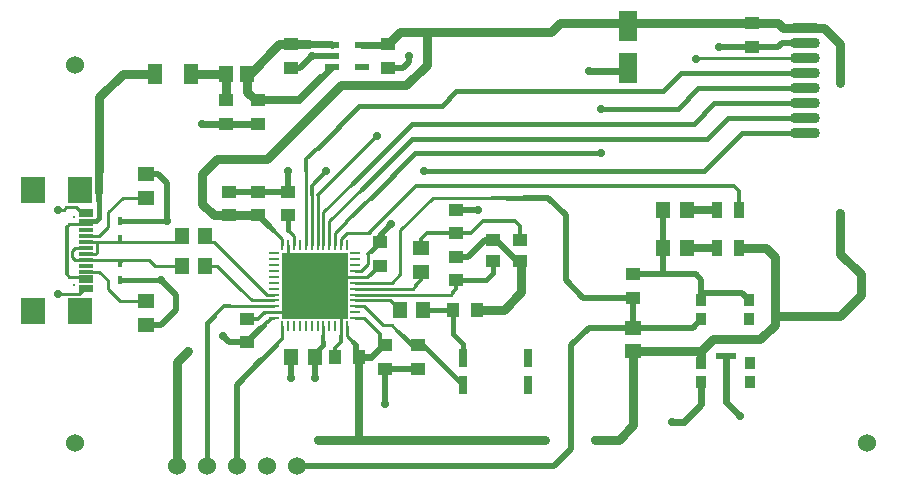
<source format=gtl>
G04*
G04 #@! TF.GenerationSoftware,Altium Limited,Altium Designer,25.8.1 (18)*
G04*
G04 Layer_Physical_Order=1*
G04 Layer_Color=255*
%FSLAX44Y44*%
%MOMM*%
G71*
G04*
G04 #@! TF.SameCoordinates,5983EDC3-4ECE-46C9-A552-0EA99BB4F25C*
G04*
G04*
G04 #@! TF.FilePolarity,Positive*
G04*
G01*
G75*
%ADD10C,0.2500*%
%ADD13C,0.2540*%
%ADD16O,0.9000X0.2500*%
%ADD17O,0.2500X0.9000*%
%ADD18R,5.6000X5.6000*%
%ADD19R,1.2500X1.0000*%
%ADD20R,0.7000X1.6000*%
%ADD21R,1.2000X1.4500*%
%ADD22R,1.3000X1.1000*%
%ADD23R,1.4500X1.2000*%
%ADD24R,0.9500X1.4000*%
%ADD25O,2.5400X0.9000*%
%ADD26R,0.9000X1.0000*%
%ADD27R,1.1500X0.3000*%
%ADD28R,0.4200X0.6400*%
%ADD29R,1.0000X1.2500*%
%ADD30R,1.7000X0.5500*%
%ADD31R,1.1500X0.6000*%
%ADD32R,1.6000X2.5000*%
%ADD33R,2.0000X2.1800*%
%ADD34R,1.1700X1.8200*%
%ADD35R,1.1500X1.4500*%
%ADD57C,0.8000*%
%ADD58C,0.6000*%
%ADD59C,0.7000*%
%ADD60C,0.5000*%
%ADD61C,0.3000*%
%ADD62C,0.4000*%
%ADD63C,0.2286*%
%ADD64C,0.3810*%
%ADD65C,1.5240*%
%ADD66C,0.3250*%
%ADD67C,0.7000*%
%ADD68C,0.5000*%
%ADD69C,0.4000*%
D10*
X1045000Y567500D02*
X1072500Y595000D01*
X1045000Y547500D02*
Y567500D01*
X1050000Y547500D02*
Y557500D01*
X1060000Y567500D01*
X1040000Y547500D02*
Y575000D01*
X1065000Y600000D01*
X1067000Y510500D02*
X1115500D01*
X1118346Y513346D01*
X1148000Y505500D02*
X1150000Y507500D01*
X1096500Y500500D02*
X1103250Y493750D01*
X1104500D01*
Y492500D02*
Y493750D01*
X1067000Y500500D02*
X1096500D01*
X1098125Y479375D02*
X1102500Y475000D01*
X1090625Y479375D02*
X1098125D01*
X1074500Y495500D02*
X1090625Y479375D01*
X1067000Y495500D02*
X1074500D01*
X1067000Y505500D02*
X1148000D01*
X1055000Y547500D02*
Y552500D01*
X1060000Y557500D01*
X1079109D01*
X1079378Y557769D01*
Y558122D01*
X960500Y495500D02*
X998000D01*
X1005000Y467500D02*
Y478500D01*
X1098000Y515500D02*
X1105000Y522500D01*
X1067000Y515500D02*
X1098000D01*
X1105000Y522500D02*
Y560000D01*
X1132500Y587500D02*
X1182500D01*
X1105000Y560000D02*
X1132500Y587500D01*
X1355000Y705000D02*
X1355400Y705400D01*
X1447500D01*
X1035000Y547500D02*
Y590000D01*
X1029968D02*
X1030000Y589968D01*
Y547500D02*
Y589968D01*
X1025000Y547500D02*
Y610000D01*
X1015000Y547500D02*
Y555000D01*
X1012500Y557500D02*
X1015000Y555000D01*
X1040000Y470000D02*
Y478500D01*
X1010000Y535500D02*
Y547500D01*
X815582Y505582D02*
X833082D01*
X990500Y490500D02*
X998000D01*
X990000Y490000D02*
X990500Y490500D01*
X833082Y505582D02*
X836500Y509000D01*
X839280D01*
Y512000D01*
X998000Y490500D02*
X1010000D01*
X1010500Y491000D01*
X1032500Y513000D02*
X1040000Y520500D01*
X830582Y579418D02*
X834000Y576000D01*
X815000Y577500D02*
X820000D01*
X822171Y579418D02*
X830582D01*
X822044Y579544D02*
X822171Y579418D01*
X834000Y576000D02*
X839280D01*
Y573000D02*
Y576000D01*
X820000Y577500D02*
X822044Y579544D01*
X1054968Y470000D02*
X1055000Y470032D01*
Y478500D01*
X1054500Y491000D02*
X1055000Y490500D01*
Y478500D02*
Y490500D01*
X1067000Y520500D02*
X1078000D01*
X1040000D02*
X1067000D01*
X1074500Y485500D02*
X1075000Y485000D01*
X1067000Y485500D02*
X1074500D01*
X1067000Y525500D02*
X1071659D01*
X1077500Y531341D02*
Y540000D01*
X1071659Y525500D02*
X1077500Y531341D01*
X1060000Y470000D02*
Y478500D01*
Y470000D02*
X1062500Y467500D01*
X1062500D01*
X995500Y485500D02*
X998000D01*
X992500Y482500D02*
X995500Y485500D01*
X822500Y562500D02*
X824868Y564868D01*
X834868D01*
X822500Y522500D02*
X824868Y520132D01*
X857500Y562500D02*
Y575000D01*
X850000Y555000D02*
X857500Y562500D01*
Y575000D02*
X870000Y587500D01*
X839280Y565000D02*
X841780Y567500D01*
X834868Y564868D02*
X835000Y565000D01*
X839280D01*
X835000Y520000D02*
X839280D01*
X834868Y520132D02*
X835000Y520000D01*
X824868Y520132D02*
X834868D01*
X839280Y565000D02*
Y568000D01*
Y517000D02*
Y520000D01*
X867500Y500000D02*
X890000D01*
X857500Y510000D02*
X867500Y500000D01*
X857500Y510000D02*
Y517500D01*
X850000Y525000D02*
X857500Y517500D01*
X839280Y525000D02*
X850000D01*
X870000Y587500D02*
X890000D01*
X839280Y555000D02*
X850000D01*
D13*
X950000Y530000D02*
X969597Y510403D01*
X940000Y530000D02*
X950000D01*
X947500Y550000D02*
X980580Y516920D01*
X940000Y550000D02*
X947500D01*
X940000D02*
Y555000D01*
X1005000Y547500D02*
Y552500D01*
X1002500Y555000D02*
X1005000Y552500D01*
X847024Y540198D02*
X848512Y541686D01*
X862500Y550000D02*
X915270D01*
X848512D02*
X860000D01*
X839280Y540000D02*
X839478Y540198D01*
X920000Y554730D02*
Y555000D01*
X860000Y550000D02*
X862500D01*
X839478Y540198D02*
X847024D01*
X848512Y541686D02*
Y550000D01*
X839280D02*
X848512D01*
X915270D02*
X920000Y554730D01*
X865000Y534802D02*
X892698D01*
X827500Y537500D02*
X830000Y535000D01*
X827500Y537500D02*
Y542768D01*
X830000Y535000D02*
X839280D01*
X839478Y534802D01*
X827500Y542768D02*
X829732Y545000D01*
X839280D01*
X860000Y534802D02*
X865000D01*
X839478D02*
X860000D01*
X897500Y530000D02*
X920000D01*
X892698Y534802D02*
X897500Y530000D01*
D16*
X1067000Y500500D02*
D03*
Y515500D02*
D03*
Y495500D02*
D03*
X998000Y485500D02*
D03*
X1067000Y525500D02*
D03*
Y485500D02*
D03*
X998000Y495500D02*
D03*
Y500500D02*
D03*
Y510500D02*
D03*
Y515500D02*
D03*
Y520500D02*
D03*
Y525500D02*
D03*
Y530500D02*
D03*
Y535500D02*
D03*
Y540500D02*
D03*
X1067000D02*
D03*
Y535500D02*
D03*
Y530500D02*
D03*
Y510500D02*
D03*
Y505500D02*
D03*
Y490500D02*
D03*
X998000D02*
D03*
X1067000Y520500D02*
D03*
X998000Y505500D02*
D03*
D17*
X1040000Y478500D02*
D03*
X1060000D02*
D03*
X1005000Y547500D02*
D03*
X1050000Y478500D02*
D03*
X1045000D02*
D03*
X1035000D02*
D03*
X1030000D02*
D03*
X1025000D02*
D03*
X1020000D02*
D03*
X1015000D02*
D03*
X1010000D02*
D03*
X1005000D02*
D03*
X1015000Y547500D02*
D03*
X1020000D02*
D03*
X1025000D02*
D03*
X1030000D02*
D03*
X1035000D02*
D03*
X1040000D02*
D03*
X1045000D02*
D03*
X1050000D02*
D03*
X1055000D02*
D03*
X1060000D02*
D03*
X1010000D02*
D03*
X1055000Y478500D02*
D03*
D18*
X1032500Y513000D02*
D03*
D19*
X1120000Y462500D02*
D03*
X1152000Y517500D02*
D03*
X1302500Y502500D02*
D03*
X1010000Y572500D02*
D03*
X975000Y485000D02*
D03*
X960000Y592500D02*
D03*
X957500Y650000D02*
D03*
X1010000Y592500D02*
D03*
X985000D02*
D03*
X985000Y650000D02*
D03*
X1012500Y697500D02*
D03*
X1120000Y442500D02*
D03*
X1092500D02*
D03*
X1302500Y522500D02*
D03*
X1087500Y530000D02*
D03*
X1152000Y537500D02*
D03*
X1095000Y697500D02*
D03*
X1152000Y577500D02*
D03*
X1402500Y715000D02*
D03*
X975000Y465000D02*
D03*
X960000Y572500D02*
D03*
X985000D02*
D03*
X1092500Y462500D02*
D03*
X1095000Y717500D02*
D03*
X1402500Y735000D02*
D03*
X1087500Y550000D02*
D03*
X985000Y670000D02*
D03*
X957500Y670000D02*
D03*
X1012500Y717500D02*
D03*
X1152000Y557500D02*
D03*
D20*
X1158500Y428500D02*
D03*
X1213500Y451500D02*
D03*
X1158500D02*
D03*
X1213500Y428500D02*
D03*
D21*
X1104500Y492500D02*
D03*
X940000Y555000D02*
D03*
Y530000D02*
D03*
X1032500Y452500D02*
D03*
X1012500D02*
D03*
X1327500Y545000D02*
D03*
Y577500D02*
D03*
X920000Y555000D02*
D03*
Y530000D02*
D03*
X1347500Y545000D02*
D03*
Y577500D02*
D03*
X1124500Y492500D02*
D03*
D22*
X1183500Y533500D02*
D03*
Y551500D02*
D03*
X1206500Y533500D02*
D03*
Y551500D02*
D03*
D23*
X1122500Y525000D02*
D03*
X1302500Y477500D02*
D03*
X890000Y480000D02*
D03*
Y607500D02*
D03*
X1302500Y457500D02*
D03*
X890000Y587500D02*
D03*
Y500000D02*
D03*
X1122500Y545000D02*
D03*
D24*
X1392000Y577500D02*
D03*
Y545000D02*
D03*
X1373000D02*
D03*
Y577500D02*
D03*
D25*
X1447500Y680000D02*
D03*
Y654600D02*
D03*
Y667300D02*
D03*
Y705400D02*
D03*
Y641900D02*
D03*
Y692700D02*
D03*
Y718100D02*
D03*
Y730800D02*
D03*
D26*
X1359500Y484500D02*
D03*
X1360000Y431500D02*
D03*
X1359500Y500500D02*
D03*
X1400500D02*
D03*
X1360000Y447500D02*
D03*
X1400500Y484500D02*
D03*
X1401000Y431500D02*
D03*
Y447500D02*
D03*
D27*
X839280Y509000D02*
D03*
Y512000D02*
D03*
Y576000D02*
D03*
Y573000D02*
D03*
Y550000D02*
D03*
Y540000D02*
D03*
Y565000D02*
D03*
Y560000D02*
D03*
Y535000D02*
D03*
Y525000D02*
D03*
Y520000D02*
D03*
Y517000D02*
D03*
Y530000D02*
D03*
Y545000D02*
D03*
Y555000D02*
D03*
Y568000D02*
D03*
D28*
X867500Y517500D02*
D03*
Y567500D02*
D03*
Y552500D02*
D03*
Y532500D02*
D03*
D29*
X1050000Y452500D02*
D03*
X1170000Y492500D02*
D03*
X1070000Y452500D02*
D03*
X1150000Y492500D02*
D03*
D30*
X1380500Y453750D02*
D03*
X1380000Y506750D02*
D03*
D31*
X1047000Y707500D02*
D03*
X1073000Y717000D02*
D03*
X1047000D02*
D03*
Y698000D02*
D03*
X1073000D02*
D03*
D32*
X1297500Y697500D02*
D03*
Y732500D02*
D03*
D33*
X833530Y491400D02*
D03*
Y593600D02*
D03*
X794230Y491400D02*
D03*
Y593600D02*
D03*
D34*
X897300Y692500D02*
D03*
X927700D02*
D03*
D35*
X957191D02*
D03*
X975191D02*
D03*
D57*
X1095000Y717500D02*
X1105000Y727500D01*
X1127500D01*
Y700000D02*
Y726700D01*
X1233066Y728066D02*
X1240000Y735000D01*
X1402500D02*
X1425000D01*
X1240000D02*
X1297500D01*
X1402500D01*
X1110000Y682500D02*
X1127500Y700000D01*
X1055000Y682500D02*
X1110000D01*
X1477500Y540000D02*
Y574431D01*
Y540000D02*
X1495000Y522500D01*
X992500Y620000D02*
X1055000Y682500D01*
X950000Y620000D02*
X992500D01*
X1170000Y492500D02*
X1192500D01*
X1207500Y507500D02*
Y517500D01*
X1192500Y492500D02*
X1207500Y507500D01*
Y517500D02*
Y532500D01*
X960000Y572500D02*
X985000D01*
X1127500Y727500D02*
X1232500D01*
X1425000Y735000D02*
X1429200Y730800D01*
X1447500D01*
X937500Y607500D02*
X950000Y620000D01*
X1422500Y480000D02*
Y487500D01*
X1447500Y730800D02*
X1464200D01*
X1477500Y717500D01*
Y685000D02*
Y717500D01*
X937500Y582500D02*
Y607500D01*
Y582500D02*
X947500Y572500D01*
X960000D01*
X1477500Y487500D02*
X1495000Y505000D01*
Y522500D01*
X1422500Y487500D02*
X1477500D01*
X1410000Y467500D02*
X1422500Y480000D01*
X1360000Y457500D02*
X1370000Y467500D01*
X1410000D01*
X1270000Y382500D02*
X1290000D01*
X915900Y360000D02*
Y448400D01*
X925000Y457500D01*
X1070000Y382500D02*
X1227500D01*
X1035000D02*
X1070000D01*
X1422500Y487500D02*
Y537500D01*
X1392000Y545000D02*
X1415000D01*
X1422500Y537500D01*
X1302500Y395000D02*
Y457500D01*
X1290000Y382500D02*
X1302500Y395000D01*
Y457500D02*
X1302500Y457500D01*
X1360000D01*
Y447500D02*
Y457500D01*
X975191Y692500D02*
Y692500D01*
Y677309D02*
Y692500D01*
X870000Y692500D02*
X897300D01*
X850000Y672500D02*
X870000Y692500D01*
X850000Y610000D02*
Y672500D01*
X975191Y677309D02*
X982500Y670000D01*
X957500Y670000D02*
Y692191D01*
X1012500Y717500D02*
X1027500D01*
X977500Y692500D02*
X1002500Y717500D01*
X1012500D01*
X927700Y692500D02*
X956000D01*
D58*
X1094500Y717000D02*
X1095000Y717500D01*
X1073000Y717000D02*
X1094500D01*
X1265000Y695000D02*
X1295000D01*
X1360000Y412500D02*
Y431500D01*
X1345000Y397500D02*
X1360000Y412500D01*
X1335000Y397500D02*
X1345000D01*
X937500Y650000D02*
X957500D01*
X957500Y650000D02*
X985000D01*
X1380500Y414500D02*
Y453750D01*
Y414500D02*
X1392500Y402500D01*
X1295000Y695000D02*
X1295000Y695000D01*
X960000Y572500D02*
X960000Y572500D01*
X1070000Y452500D02*
X1080000D01*
X1090000Y462500D01*
X985000Y572500D02*
X992500Y565000D01*
Y565000D02*
Y565000D01*
X1038250Y689250D02*
X1047000Y698000D01*
X1027500Y717500D02*
X1046500D01*
X1047000Y717000D01*
D59*
X1347500Y577500D02*
X1373000D01*
X1070000Y382500D02*
Y452500D01*
X850000Y592500D02*
Y610000D01*
X1347500Y545000D02*
X1373000D01*
X985000Y670000D02*
X1019000D01*
X1038250Y689250D01*
D60*
X1327500Y545000D02*
Y577500D01*
X1032500Y435000D02*
Y455000D01*
X1032500Y435000D02*
X1032500Y435000D01*
X1092500Y412500D02*
Y442500D01*
X1095000Y697500D02*
X1107500D01*
X1112500Y702500D02*
Y707500D01*
X1107500Y697500D02*
X1112500Y702500D01*
X960000Y465000D02*
X975000D01*
X955000Y470000D02*
X960000Y465000D01*
X1260000Y502500D02*
X1302500D01*
X1245000Y517500D02*
X1260000Y502500D01*
X1245000Y517500D02*
Y572500D01*
X1210000Y587500D02*
X1230000D01*
X1245000Y572500D01*
X1250000Y462500D02*
X1265000Y477500D01*
X1302500D01*
X1250000Y375000D02*
Y462500D01*
X1017500Y360000D02*
X1235000Y360000D01*
X1250000Y375000D01*
X1067500Y455000D02*
X1070000Y452500D01*
X1067500Y455000D02*
Y462500D01*
X966700Y360000D02*
Y429200D01*
X987500Y450000D01*
X1310000Y477500D02*
X1310000Y477500D01*
X1352500D01*
X1359500Y484500D01*
X1302500Y477500D02*
Y502500D01*
Y477500D02*
X1310000D01*
X902500Y480000D02*
X915000Y492500D01*
X890000Y480000D02*
X902500D01*
X915000Y492500D02*
Y505000D01*
X902500Y517500D02*
X915000Y505000D01*
X900000Y607500D02*
X907500Y600000D01*
X890000Y607500D02*
X900000D01*
X907500Y567500D02*
Y600000D01*
X985000Y592500D02*
X1010000D01*
X960000D02*
X985000D01*
X1010000D02*
Y610000D01*
X1012500Y697500D02*
X1020000D01*
X1092500Y442500D02*
X1120000D01*
X1355000Y522500D02*
X1359500Y518000D01*
X1355000Y522500D02*
X1355000Y522500D01*
X1206500Y533500D02*
X1207500Y532500D01*
X1375000Y715000D02*
X1375000Y715000D01*
X1402500D02*
X1425000D01*
X1428100Y718100D01*
X1375000Y715000D02*
X1402500D01*
X1428100Y718100D02*
X1447500D01*
X1183500Y551500D02*
X1186000D01*
X1204000Y533500D01*
X1206500D01*
X1152000Y537500D02*
X1162500D01*
X1175000Y550000D01*
X1175000D02*
X1176500Y551500D01*
X1175000Y550000D02*
X1175000D01*
X1176500Y551500D02*
X1183500D01*
X1012500Y435000D02*
Y452500D01*
X1152000Y577500D02*
X1171159D01*
X1327500Y522500D02*
X1355000D01*
X1327500Y545000D02*
X1327500Y545000D01*
X1302500Y522500D02*
X1327500D01*
Y545000D01*
X1380000Y506750D02*
X1394250D01*
X1400500Y500500D01*
X1359500Y505500D02*
Y518000D01*
Y500500D02*
Y505500D01*
X1360750Y506750D02*
X1380000D01*
X1359500Y505500D02*
X1360750Y506750D01*
X1030000Y707500D02*
X1047000D01*
X1020000Y697500D02*
X1030000Y707500D01*
X1090000Y462500D02*
X1091250D01*
X1087500Y555000D02*
X1097500Y565000D01*
X1087500Y550000D02*
Y555000D01*
X992500Y565000D02*
X995000Y562500D01*
X975000Y465000D02*
X987500Y477500D01*
X975191Y692500D02*
X977500D01*
X974000D02*
X975191D01*
X850000Y585000D02*
Y592500D01*
X982500Y670000D02*
X985000D01*
D61*
X1387500Y597500D02*
X1392000Y593000D01*
Y577500D02*
Y593000D01*
X1118755Y597500D02*
X1387500D01*
X1079378Y558122D02*
X1118755Y597500D01*
X1035000Y630000D02*
Y630000D01*
X1025000Y620000D02*
X1035000Y630000D01*
X1060000Y567500D02*
X1080000Y587500D01*
X1029968Y590000D02*
Y597468D01*
X1042500Y610000D01*
X1025000Y610000D02*
Y620000D01*
X1122500Y517500D02*
Y525000D01*
X1118346Y513346D02*
X1122500Y517500D01*
X1118346Y513346D02*
Y513346D01*
X1122500Y545000D02*
Y552500D01*
X1127500Y557500D01*
X1152000D01*
X1165000D01*
X1175000Y567500D01*
X1202500D01*
X1206500Y563500D01*
Y551500D02*
Y563500D01*
X1152000Y517500D02*
X1152500Y517000D01*
Y510000D02*
Y517000D01*
X1150000Y507500D02*
X1152500Y510000D01*
X1102500Y475000D02*
X1107500Y470000D01*
X947500Y487500D02*
X952500Y492500D01*
Y492500D01*
X955500Y495500D01*
X960500D01*
X1000000Y462500D02*
X1005000Y467500D01*
X1182500Y587500D02*
X1195000D01*
X1035000Y590000D02*
X1085000Y640000D01*
X1010000Y560000D02*
X1012500Y557500D01*
X1040000Y465000D02*
Y470000D01*
X985000Y485000D02*
X990000Y490000D01*
X975000Y485000D02*
X985000D01*
X1050000Y452500D02*
Y460000D01*
X1054968Y464968D01*
Y470000D01*
X1078000Y520500D02*
X1087500Y530000D01*
X1087750Y466000D02*
X1091250Y462500D01*
X1075000Y485000D02*
X1087750Y472250D01*
Y466000D02*
Y472250D01*
X1091250Y462500D02*
X1092500D01*
X997500Y560000D02*
X1002500Y555000D01*
X1062500Y467500D02*
X1065000Y465000D01*
X990000Y480000D02*
X992500Y482500D01*
X1077500Y540000D02*
Y540000D01*
X1080000Y542500D01*
X822500Y522500D02*
Y562500D01*
D62*
X1035000Y630000D02*
X1035000D01*
X1070000Y665000D01*
X1080000Y587500D02*
X1117500Y625000D01*
X1275000D01*
Y662500D02*
X1340000D01*
X1357500Y680000D01*
X1072500Y595000D02*
X1115000Y637500D01*
X1365000D01*
X1115000Y650000D02*
X1353484D01*
X1065000Y600000D02*
X1115000Y650000D01*
X1152500Y677500D02*
X1327500D01*
X1342700Y692700D02*
X1447500D01*
X1327500Y677500D02*
X1342700Y692700D01*
X1140000Y665000D02*
X1152500Y677500D01*
X1070000Y665000D02*
X1140000D01*
X1177500Y517500D02*
X1183500Y523500D01*
Y533500D01*
X1152000Y517500D02*
X1177500D01*
X1124500Y492500D02*
X1150000D01*
X1150000Y492500D01*
X1150000Y492500D02*
X1150000Y492500D01*
X1150000Y472500D02*
Y492500D01*
Y472500D02*
X1158500Y464000D01*
Y451500D02*
Y464000D01*
X1124500Y462500D02*
X1158500Y428500D01*
X1120000Y462500D02*
X1124500D01*
X1115000D02*
X1118750D01*
X1107500Y470000D02*
X1115000Y462500D01*
X1357500Y680000D02*
X1447500D01*
X1382100Y654600D02*
X1447500D01*
X1365000Y637500D02*
X1382100Y654600D01*
X1370784Y667300D02*
X1447500D01*
X1353484Y650000D02*
X1370784Y667300D01*
X941300Y360000D02*
Y481300D01*
X947500Y487500D01*
X987500Y450000D02*
X1000000Y462500D01*
X1000000D01*
X1195000Y587500D02*
X1210000D01*
X1362500Y610000D02*
X1394400Y641900D01*
X1125000Y610000D02*
X1362500D01*
X1394400Y641900D02*
X1447500D01*
X1010000Y560000D02*
Y572500D01*
X1040000Y462500D02*
Y465000D01*
X1032500Y455000D02*
X1040000Y462500D01*
X867500Y517500D02*
X902500D01*
X867500Y567500D02*
X907500D01*
X957500Y650000D02*
X957500Y650000D01*
X995000Y562500D02*
X997500Y560000D01*
X997500D01*
X1065000Y465000D02*
X1067500Y462500D01*
Y462500D02*
Y462500D01*
X987500Y477500D02*
X990000Y480000D01*
X1080000Y542500D02*
X1087500Y550000D01*
X1087500D01*
X845000Y567468D02*
X847468D01*
X850000Y570000D01*
Y585000D01*
D63*
X969597Y510403D02*
X979500Y500500D01*
X980580Y516920D02*
X992000Y505500D01*
X998000D01*
X979500Y500500D02*
X998000D01*
D64*
X867500Y533600D02*
X867695Y533795D01*
D65*
X992100Y360000D02*
D03*
X1017500D02*
D03*
X966700D02*
D03*
X915900D02*
D03*
X941300D02*
D03*
X1500000Y380000D02*
D03*
X830000Y700000D02*
D03*
Y380000D02*
D03*
D66*
X828530Y513600D02*
D03*
Y571400D02*
D03*
D67*
X1032500Y435000D02*
D03*
X1092500Y412500D02*
D03*
X1112500Y707500D02*
D03*
X955000Y470000D02*
D03*
X1477500Y574431D02*
D03*
X1275000Y662500D02*
D03*
X1265000Y695000D02*
D03*
X1275000Y625000D02*
D03*
X1355000Y705000D02*
D03*
X1085000Y640000D02*
D03*
X1125000Y610000D02*
D03*
X1042500D02*
D03*
X1335000Y397500D02*
D03*
X815582Y505582D02*
D03*
X902500Y517500D02*
D03*
X907500Y567500D02*
D03*
X815000Y577500D02*
D03*
X937500Y650000D02*
D03*
X1010000Y610000D02*
D03*
X1392500Y402500D02*
D03*
X1207500Y517500D02*
D03*
X1375000Y715000D02*
D03*
X1012500Y435000D02*
D03*
X1171159Y577500D02*
D03*
X1030000Y707500D02*
D03*
X1227500Y382500D02*
D03*
X1477500Y685000D02*
D03*
X1270000Y382500D02*
D03*
X925000Y457500D02*
D03*
X1035000Y382500D02*
D03*
X1097500Y565000D02*
D03*
D68*
X1043500Y491000D02*
D03*
X1032500D02*
D03*
X1021500D02*
D03*
X1010500D02*
D03*
X1021500Y502000D02*
D03*
X1010500Y513000D02*
D03*
Y502000D02*
D03*
X1021500Y513000D02*
D03*
X1032500Y502000D02*
D03*
X1043500D02*
D03*
Y513000D02*
D03*
X1032500D02*
D03*
X1010500Y535000D02*
D03*
Y524000D02*
D03*
X1021500D02*
D03*
X1043500D02*
D03*
X1032500D02*
D03*
X1021500Y535000D02*
D03*
X1043500D02*
D03*
X1032500D02*
D03*
X1054500Y491000D02*
D03*
Y502000D02*
D03*
Y513000D02*
D03*
Y535000D02*
D03*
Y524000D02*
D03*
D69*
X1355000Y522500D02*
D03*
M02*

</source>
